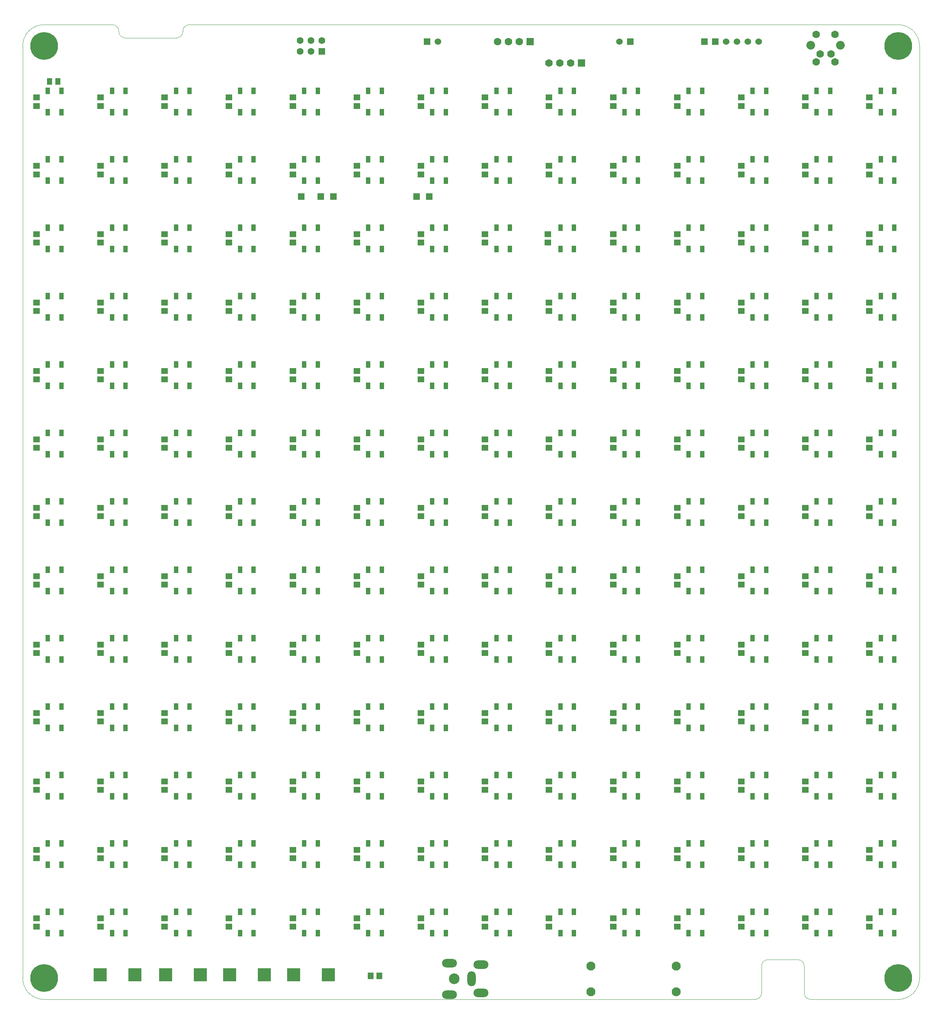
<source format=gts>
%FSLAX46Y46*%
G04 Gerber Fmt 4.6, Leading zero omitted, Abs format (unit mm)*
G04 Created by KiCad (PCBNEW (2014-jul-16 BZR unknown)-product) date Friday 10 October 2014 10:21:05 PM IST*
%MOMM*%
G01*
G04 APERTURE LIST*
%ADD10C,0.150000*%
%ADD11C,0.100000*%
%ADD12R,1.300480X1.498600*%
%ADD13C,6.500000*%
%ADD14R,1.524000X1.524000*%
%ADD15O,2.000000X3.500000*%
%ADD16O,3.500000X2.000000*%
%ADD17C,2.500000*%
%ADD18C,2.100000*%
%ADD19R,1.600000X1.600000*%
%ADD20C,1.600000*%
%ADD21C,1.524000*%
%ADD22C,1.778000*%
%ADD23C,2.032000*%
%ADD24R,3.048000X3.048000*%
%ADD25R,1.350000X1.550000*%
%ADD26R,1.550000X1.350000*%
%ADD27R,1.016000X1.524000*%
%ADD28R,1.778000X1.778000*%
G04 APERTURE END LIST*
D10*
D11*
X264000000Y-46000000D02*
X264000000Y-264000000D01*
X93000000Y-41000000D02*
X259000000Y-41000000D01*
X75000000Y-41000000D02*
X59000000Y-41000000D01*
X76500000Y-42500000D02*
X76500000Y-42600000D01*
X76500000Y-42500000D02*
G75*
G03X75000000Y-41000000I-1500000J0D01*
G74*
G01*
X91500000Y-42500000D02*
X91500000Y-42600000D01*
X93000000Y-41000000D02*
G75*
G03X91500000Y-42500000I0J-1500000D01*
G74*
G01*
X90000000Y-44100000D02*
G75*
G03X91500000Y-42600000I0J1500000D01*
G74*
G01*
X76500000Y-42600000D02*
G75*
G03X78000000Y-44100000I1500000J0D01*
G74*
G01*
X84000000Y-44100000D02*
X90000000Y-44100000D01*
X84000000Y-44100000D02*
X78000000Y-44100000D01*
X54000000Y-264000000D02*
X54000000Y-46000000D01*
X225500000Y-269000000D02*
X59000000Y-269000000D01*
X259000000Y-269000000D02*
X238500000Y-269000000D01*
X259000000Y-269000000D02*
G75*
G03X264000000Y-264000000I0J5000000D01*
G74*
G01*
X264000000Y-46000000D02*
G75*
G03X259000000Y-41000000I-5000000J0D01*
G74*
G01*
X59000000Y-41000000D02*
G75*
G03X54000000Y-46000000I0J-5000000D01*
G74*
G01*
X54000000Y-264000000D02*
G75*
G03X59000000Y-269000000I5000000J0D01*
G74*
G01*
X237000000Y-267500000D02*
X237000000Y-261200000D01*
X227000000Y-261200000D02*
X227000000Y-267500000D01*
X225500000Y-269000000D02*
G75*
G03X227000000Y-267500000I0J1500000D01*
G74*
G01*
X237000000Y-267500000D02*
G75*
G03X238500000Y-269000000I1500000J0D01*
G74*
G01*
X237000000Y-261200000D02*
G75*
G03X235500000Y-259700000I-1500000J0D01*
G74*
G01*
X228500000Y-259700000D02*
G75*
G03X227000000Y-261200000I0J-1500000D01*
G74*
G01*
X235500000Y-259700000D02*
X228500000Y-259700000D01*
D12*
X62202500Y-54250000D03*
X60297500Y-54250000D03*
D13*
X259000000Y-264000000D03*
X59000000Y-264000000D03*
X259000000Y-46000000D03*
X59000000Y-46000000D03*
D14*
X119200000Y-81200000D03*
X123800000Y-81200000D03*
X126800000Y-81200000D03*
X146200000Y-81200000D03*
X149200000Y-81200000D03*
D15*
X159100000Y-264200000D03*
D16*
X161300000Y-260900000D03*
X161300000Y-267500000D03*
X153900000Y-260500000D03*
X153900000Y-267900000D03*
D17*
X155000000Y-264200000D03*
D18*
X207000000Y-261200000D03*
X207000000Y-267200000D03*
X187000000Y-261200000D03*
X187000000Y-267200000D03*
D19*
X124040000Y-47270000D03*
D20*
X124040000Y-44730000D03*
X121500000Y-47270000D03*
X121500000Y-44730000D03*
X118960000Y-47270000D03*
X118960000Y-44730000D03*
D14*
X148730000Y-45000000D03*
D21*
X151270000Y-45000000D03*
D14*
X196270000Y-45000000D03*
D21*
X193730000Y-45000000D03*
D22*
X239777500Y-43250000D03*
X244222500Y-43250000D03*
D23*
X238507500Y-45790000D03*
X245492500Y-45790000D03*
D22*
X244222500Y-49727000D03*
X239777500Y-49727000D03*
X243270000Y-47822000D03*
X240730000Y-47822000D03*
D24*
X72186000Y-263250000D03*
X80314000Y-263250000D03*
X117436000Y-263250000D03*
X125564000Y-263250000D03*
X102436000Y-263250000D03*
X110564000Y-263250000D03*
X87436000Y-263250000D03*
X95564000Y-263250000D03*
D25*
X135500000Y-263500000D03*
X137500000Y-263500000D03*
D26*
X252250000Y-250000000D03*
X252250000Y-252000000D03*
X237250000Y-250000000D03*
X237250000Y-252000000D03*
X222250000Y-250000000D03*
X222250000Y-252000000D03*
X207250000Y-250000000D03*
X207250000Y-252000000D03*
X192250000Y-250000000D03*
X192250000Y-252000000D03*
X177250000Y-250000000D03*
X177250000Y-252000000D03*
X162250000Y-250000000D03*
X162250000Y-252000000D03*
X147250000Y-250000000D03*
X147250000Y-252000000D03*
X132250000Y-250000000D03*
X132250000Y-252000000D03*
X117250000Y-250000000D03*
X117250000Y-252000000D03*
X102250000Y-250000000D03*
X102250000Y-252000000D03*
X87250000Y-250000000D03*
X87250000Y-252000000D03*
X72250000Y-250000000D03*
X72250000Y-252000000D03*
X57250000Y-250000000D03*
X57250000Y-252000000D03*
X252250000Y-234000000D03*
X252250000Y-236000000D03*
X237250000Y-234000000D03*
X237250000Y-236000000D03*
X222250000Y-234000000D03*
X222250000Y-236000000D03*
X207250000Y-234000000D03*
X207250000Y-236000000D03*
X192250000Y-234000000D03*
X192250000Y-236000000D03*
X177250000Y-234000000D03*
X177250000Y-236000000D03*
X162250000Y-234000000D03*
X162250000Y-236000000D03*
X147250000Y-234000000D03*
X147250000Y-236000000D03*
X132250000Y-234000000D03*
X132250000Y-236000000D03*
X117250000Y-234000000D03*
X117250000Y-236000000D03*
X102250000Y-234000000D03*
X102250000Y-236000000D03*
X87250000Y-234000000D03*
X87250000Y-236000000D03*
X72250000Y-234000000D03*
X72250000Y-236000000D03*
X57250000Y-234000000D03*
X57250000Y-236000000D03*
X252250000Y-218000000D03*
X252250000Y-220000000D03*
X237250000Y-218000000D03*
X237250000Y-220000000D03*
X222250000Y-218000000D03*
X222250000Y-220000000D03*
X207250000Y-218000000D03*
X207250000Y-220000000D03*
X192250000Y-218000000D03*
X192250000Y-220000000D03*
X177250000Y-218000000D03*
X177250000Y-220000000D03*
X162250000Y-218000000D03*
X162250000Y-220000000D03*
X147250000Y-218000000D03*
X147250000Y-220000000D03*
X132250000Y-218000000D03*
X132250000Y-220000000D03*
X117250000Y-218000000D03*
X117250000Y-220000000D03*
X102250000Y-218000000D03*
X102250000Y-220000000D03*
X87250000Y-218000000D03*
X87250000Y-220000000D03*
X72250000Y-218000000D03*
X72250000Y-220000000D03*
X57250000Y-218000000D03*
X57250000Y-220000000D03*
X252250000Y-202000000D03*
X252250000Y-204000000D03*
X237250000Y-202000000D03*
X237250000Y-204000000D03*
X222250000Y-202000000D03*
X222250000Y-204000000D03*
X207250000Y-202000000D03*
X207250000Y-204000000D03*
X192250000Y-202000000D03*
X192250000Y-204000000D03*
X177250000Y-202000000D03*
X177250000Y-204000000D03*
X162250000Y-202000000D03*
X162250000Y-204000000D03*
X147250000Y-202000000D03*
X147250000Y-204000000D03*
X132250000Y-202000000D03*
X132250000Y-204000000D03*
X117250000Y-202000000D03*
X117250000Y-204000000D03*
X102250000Y-202000000D03*
X102250000Y-204000000D03*
X87250000Y-202000000D03*
X87250000Y-204000000D03*
X72250000Y-202000000D03*
X72250000Y-204000000D03*
X57250000Y-202000000D03*
X57250000Y-204000000D03*
X252250000Y-186000000D03*
X252250000Y-188000000D03*
X237250000Y-186000000D03*
X237250000Y-188000000D03*
X222250000Y-186000000D03*
X222250000Y-188000000D03*
X207250000Y-186000000D03*
X207250000Y-188000000D03*
X192250000Y-186000000D03*
X192250000Y-188000000D03*
X177250000Y-186000000D03*
X177250000Y-188000000D03*
X162250000Y-186000000D03*
X162250000Y-188000000D03*
X147250000Y-186000000D03*
X147250000Y-188000000D03*
X132250000Y-186000000D03*
X132250000Y-188000000D03*
X117250000Y-186000000D03*
X117250000Y-188000000D03*
X102250000Y-186000000D03*
X102250000Y-188000000D03*
X87250000Y-186000000D03*
X87250000Y-188000000D03*
X72250000Y-186000000D03*
X72250000Y-188000000D03*
X57250000Y-186000000D03*
X57250000Y-188000000D03*
X252250000Y-170000000D03*
X252250000Y-172000000D03*
X237250000Y-170000000D03*
X237250000Y-172000000D03*
X222250000Y-170000000D03*
X222250000Y-172000000D03*
X207250000Y-170000000D03*
X207250000Y-172000000D03*
X192250000Y-170000000D03*
X192250000Y-172000000D03*
X177250000Y-170000000D03*
X177250000Y-172000000D03*
X162250000Y-170000000D03*
X162250000Y-172000000D03*
X147250000Y-170000000D03*
X147250000Y-172000000D03*
X132250000Y-170000000D03*
X132250000Y-172000000D03*
X117250000Y-170000000D03*
X117250000Y-172000000D03*
X102250000Y-170000000D03*
X102250000Y-172000000D03*
X87250000Y-170000000D03*
X87250000Y-172000000D03*
X72250000Y-170000000D03*
X72250000Y-172000000D03*
X57250000Y-170000000D03*
X57250000Y-172000000D03*
X252250000Y-154000000D03*
X252250000Y-156000000D03*
X237250000Y-154000000D03*
X237250000Y-156000000D03*
X222250000Y-154000000D03*
X222250000Y-156000000D03*
X207250000Y-154000000D03*
X207250000Y-156000000D03*
X192250000Y-154000000D03*
X192250000Y-156000000D03*
X177250000Y-154000000D03*
X177250000Y-156000000D03*
X162250000Y-154000000D03*
X162250000Y-156000000D03*
X147250000Y-154000000D03*
X147250000Y-156000000D03*
X132250000Y-154000000D03*
X132250000Y-156000000D03*
X117250000Y-154000000D03*
X117250000Y-156000000D03*
X102250000Y-154000000D03*
X102250000Y-156000000D03*
X87250000Y-154000000D03*
X87250000Y-156000000D03*
X72250000Y-154000000D03*
X72250000Y-156000000D03*
X57250000Y-154000000D03*
X57250000Y-156000000D03*
X252250000Y-138000000D03*
X252250000Y-140000000D03*
X237250000Y-138000000D03*
X237250000Y-140000000D03*
X222250000Y-138000000D03*
X222250000Y-140000000D03*
X207250000Y-138000000D03*
X207250000Y-140000000D03*
X192250000Y-138000000D03*
X192250000Y-140000000D03*
X177250000Y-138000000D03*
X177250000Y-140000000D03*
X162250000Y-138000000D03*
X162250000Y-140000000D03*
X147250000Y-138000000D03*
X147250000Y-140000000D03*
X132250000Y-138000000D03*
X132250000Y-140000000D03*
X117250000Y-138000000D03*
X117250000Y-140000000D03*
X102250000Y-138000000D03*
X102250000Y-140000000D03*
X87250000Y-138000000D03*
X87250000Y-140000000D03*
X72250000Y-138000000D03*
X72250000Y-140000000D03*
X57250000Y-138000000D03*
X57250000Y-140000000D03*
X252250000Y-122000000D03*
X252250000Y-124000000D03*
X237250000Y-122000000D03*
X237250000Y-124000000D03*
X222250000Y-122000000D03*
X222250000Y-124000000D03*
X207250000Y-122000000D03*
X207250000Y-124000000D03*
X192250000Y-122000000D03*
X192250000Y-124000000D03*
X177250000Y-122000000D03*
X177250000Y-124000000D03*
X162250000Y-122000000D03*
X162250000Y-124000000D03*
X147250000Y-122000000D03*
X147250000Y-124000000D03*
X132250000Y-122000000D03*
X132250000Y-124000000D03*
X117250000Y-122000000D03*
X117250000Y-124000000D03*
X102250000Y-122000000D03*
X102250000Y-124000000D03*
X87250000Y-122000000D03*
X87250000Y-124000000D03*
X72250000Y-122000000D03*
X72250000Y-124000000D03*
X57250000Y-122000000D03*
X57250000Y-124000000D03*
X252250000Y-106000000D03*
X252250000Y-108000000D03*
X237250000Y-106000000D03*
X237250000Y-108000000D03*
X222250000Y-106000000D03*
X222250000Y-108000000D03*
X207250000Y-106000000D03*
X207250000Y-108000000D03*
X192250000Y-106000000D03*
X192250000Y-108000000D03*
X177250000Y-106000000D03*
X177250000Y-108000000D03*
X162250000Y-106000000D03*
X162250000Y-108000000D03*
X147250000Y-106000000D03*
X147250000Y-108000000D03*
X132250000Y-106000000D03*
X132250000Y-108000000D03*
X117250000Y-106000000D03*
X117250000Y-108000000D03*
X102250000Y-106000000D03*
X102250000Y-108000000D03*
X87250000Y-106000000D03*
X87250000Y-108000000D03*
X72250000Y-106000000D03*
X72250000Y-108000000D03*
X57250000Y-106000000D03*
X57250000Y-108000000D03*
X252250000Y-90000000D03*
X252250000Y-92000000D03*
X237250000Y-90000000D03*
X237250000Y-92000000D03*
X222250000Y-90000000D03*
X222250000Y-92000000D03*
X207250000Y-90000000D03*
X207250000Y-92000000D03*
X192250000Y-90000000D03*
X192250000Y-92000000D03*
X177000000Y-90000000D03*
X177000000Y-92000000D03*
X162250000Y-90000000D03*
X162250000Y-92000000D03*
X147250000Y-90000000D03*
X147250000Y-92000000D03*
X132250000Y-90000000D03*
X132250000Y-92000000D03*
X117250000Y-90000000D03*
X117250000Y-92000000D03*
X102250000Y-90000000D03*
X102250000Y-92000000D03*
X87250000Y-90000000D03*
X87250000Y-92000000D03*
X72250000Y-90000000D03*
X72250000Y-92000000D03*
X57250000Y-90000000D03*
X57250000Y-92000000D03*
X252250000Y-74000000D03*
X252250000Y-76000000D03*
X237250000Y-74000000D03*
X237250000Y-76000000D03*
X222250000Y-74000000D03*
X222250000Y-76000000D03*
X207250000Y-74000000D03*
X207250000Y-76000000D03*
X192250000Y-74000000D03*
X192250000Y-76000000D03*
X177250000Y-74000000D03*
X177250000Y-76000000D03*
X162250000Y-74000000D03*
X162250000Y-76000000D03*
X147250000Y-74000000D03*
X147250000Y-76000000D03*
X132250000Y-74000000D03*
X132250000Y-76000000D03*
X117250000Y-74000000D03*
X117250000Y-76000000D03*
X102250000Y-74000000D03*
X102250000Y-76000000D03*
X87250000Y-74000000D03*
X87250000Y-76000000D03*
X72250000Y-74000000D03*
X72250000Y-76000000D03*
X57250000Y-74000000D03*
X57250000Y-76000000D03*
X252250000Y-58000000D03*
X252250000Y-60000000D03*
X237250000Y-58000000D03*
X237250000Y-60000000D03*
X222250000Y-58000000D03*
X222250000Y-60000000D03*
X207250000Y-58000000D03*
X207250000Y-60000000D03*
X192250000Y-58000000D03*
X192250000Y-60000000D03*
X177250000Y-58000000D03*
X177250000Y-60000000D03*
X162250000Y-58000000D03*
X162250000Y-60000000D03*
X147250000Y-58000000D03*
X147250000Y-60000000D03*
X132250000Y-58000000D03*
X132250000Y-60000000D03*
X117250000Y-58000000D03*
X117250000Y-60000000D03*
X102250000Y-58000000D03*
X102250000Y-60000000D03*
X87250000Y-58000000D03*
X87250000Y-60000000D03*
X72250000Y-58000000D03*
X72250000Y-60000000D03*
X57250000Y-58000000D03*
X57250000Y-60000000D03*
D27*
X138087500Y-72523500D03*
X134912500Y-72523500D03*
X134912500Y-77476500D03*
X138087500Y-77476500D03*
X258087500Y-248523500D03*
X254912500Y-248523500D03*
X254912500Y-253476500D03*
X258087500Y-253476500D03*
X243087500Y-248523500D03*
X239912500Y-248523500D03*
X239912500Y-253476500D03*
X243087500Y-253476500D03*
X228087500Y-248523500D03*
X224912500Y-248523500D03*
X224912500Y-253476500D03*
X228087500Y-253476500D03*
X213087500Y-248523500D03*
X209912500Y-248523500D03*
X209912500Y-253476500D03*
X213087500Y-253476500D03*
X198087500Y-248523500D03*
X194912500Y-248523500D03*
X194912500Y-253476500D03*
X198087500Y-253476500D03*
X183087500Y-248523500D03*
X179912500Y-248523500D03*
X179912500Y-253476500D03*
X183087500Y-253476500D03*
X168087500Y-248523500D03*
X164912500Y-248523500D03*
X164912500Y-253476500D03*
X168087500Y-253476500D03*
X153087500Y-248523500D03*
X149912500Y-248523500D03*
X149912500Y-253476500D03*
X153087500Y-253476500D03*
X138087500Y-248523500D03*
X134912500Y-248523500D03*
X134912500Y-253476500D03*
X138087500Y-253476500D03*
X123087500Y-248523500D03*
X119912500Y-248523500D03*
X119912500Y-253476500D03*
X123087500Y-253476500D03*
X108087500Y-248523500D03*
X104912500Y-248523500D03*
X104912500Y-253476500D03*
X108087500Y-253476500D03*
X93087500Y-248523500D03*
X89912500Y-248523500D03*
X89912500Y-253476500D03*
X93087500Y-253476500D03*
X78087500Y-248523500D03*
X74912500Y-248523500D03*
X74912500Y-253476500D03*
X78087500Y-253476500D03*
X63087500Y-248523500D03*
X59912500Y-248523500D03*
X59912500Y-253476500D03*
X63087500Y-253476500D03*
X258087500Y-232523500D03*
X254912500Y-232523500D03*
X254912500Y-237476500D03*
X258087500Y-237476500D03*
X243087500Y-232523500D03*
X239912500Y-232523500D03*
X239912500Y-237476500D03*
X243087500Y-237476500D03*
X228087500Y-232523500D03*
X224912500Y-232523500D03*
X224912500Y-237476500D03*
X228087500Y-237476500D03*
X213087500Y-232523500D03*
X209912500Y-232523500D03*
X209912500Y-237476500D03*
X213087500Y-237476500D03*
X198087500Y-232523500D03*
X194912500Y-232523500D03*
X194912500Y-237476500D03*
X198087500Y-237476500D03*
X183087500Y-232523500D03*
X179912500Y-232523500D03*
X179912500Y-237476500D03*
X183087500Y-237476500D03*
X168087500Y-232523500D03*
X164912500Y-232523500D03*
X164912500Y-237476500D03*
X168087500Y-237476500D03*
X153087500Y-232523500D03*
X149912500Y-232523500D03*
X149912500Y-237476500D03*
X153087500Y-237476500D03*
X138087500Y-232523500D03*
X134912500Y-232523500D03*
X134912500Y-237476500D03*
X138087500Y-237476500D03*
X123087500Y-232523500D03*
X119912500Y-232523500D03*
X119912500Y-237476500D03*
X123087500Y-237476500D03*
X108087500Y-232523500D03*
X104912500Y-232523500D03*
X104912500Y-237476500D03*
X108087500Y-237476500D03*
X93087500Y-232523500D03*
X89912500Y-232523500D03*
X89912500Y-237476500D03*
X93087500Y-237476500D03*
X78087500Y-232523500D03*
X74912500Y-232523500D03*
X74912500Y-237476500D03*
X78087500Y-237476500D03*
X63087500Y-232523500D03*
X59912500Y-232523500D03*
X59912500Y-237476500D03*
X63087500Y-237476500D03*
X258087500Y-216523500D03*
X254912500Y-216523500D03*
X254912500Y-221476500D03*
X258087500Y-221476500D03*
X243087500Y-216523500D03*
X239912500Y-216523500D03*
X239912500Y-221476500D03*
X243087500Y-221476500D03*
X228087500Y-216523500D03*
X224912500Y-216523500D03*
X224912500Y-221476500D03*
X228087500Y-221476500D03*
X213087500Y-216523500D03*
X209912500Y-216523500D03*
X209912500Y-221476500D03*
X213087500Y-221476500D03*
X198087500Y-216523500D03*
X194912500Y-216523500D03*
X194912500Y-221476500D03*
X198087500Y-221476500D03*
X183087500Y-216523500D03*
X179912500Y-216523500D03*
X179912500Y-221476500D03*
X183087500Y-221476500D03*
X168087500Y-216523500D03*
X164912500Y-216523500D03*
X164912500Y-221476500D03*
X168087500Y-221476500D03*
X153087500Y-216523500D03*
X149912500Y-216523500D03*
X149912500Y-221476500D03*
X153087500Y-221476500D03*
X138087500Y-216523500D03*
X134912500Y-216523500D03*
X134912500Y-221476500D03*
X138087500Y-221476500D03*
X123087500Y-216523500D03*
X119912500Y-216523500D03*
X119912500Y-221476500D03*
X123087500Y-221476500D03*
X108087500Y-216523500D03*
X104912500Y-216523500D03*
X104912500Y-221476500D03*
X108087500Y-221476500D03*
X93087500Y-216523500D03*
X89912500Y-216523500D03*
X89912500Y-221476500D03*
X93087500Y-221476500D03*
X78087500Y-216523500D03*
X74912500Y-216523500D03*
X74912500Y-221476500D03*
X78087500Y-221476500D03*
X63087500Y-216523500D03*
X59912500Y-216523500D03*
X59912500Y-221476500D03*
X63087500Y-221476500D03*
X258087500Y-200523500D03*
X254912500Y-200523500D03*
X254912500Y-205476500D03*
X258087500Y-205476500D03*
X243087500Y-200523500D03*
X239912500Y-200523500D03*
X239912500Y-205476500D03*
X243087500Y-205476500D03*
X228087500Y-200523500D03*
X224912500Y-200523500D03*
X224912500Y-205476500D03*
X228087500Y-205476500D03*
X213087500Y-200523500D03*
X209912500Y-200523500D03*
X209912500Y-205476500D03*
X213087500Y-205476500D03*
X198087500Y-200523500D03*
X194912500Y-200523500D03*
X194912500Y-205476500D03*
X198087500Y-205476500D03*
X183087500Y-200523500D03*
X179912500Y-200523500D03*
X179912500Y-205476500D03*
X183087500Y-205476500D03*
X168087500Y-200523500D03*
X164912500Y-200523500D03*
X164912500Y-205476500D03*
X168087500Y-205476500D03*
X153087500Y-200523500D03*
X149912500Y-200523500D03*
X149912500Y-205476500D03*
X153087500Y-205476500D03*
X138087500Y-200523500D03*
X134912500Y-200523500D03*
X134912500Y-205476500D03*
X138087500Y-205476500D03*
X123087500Y-200523500D03*
X119912500Y-200523500D03*
X119912500Y-205476500D03*
X123087500Y-205476500D03*
X108087500Y-200523500D03*
X104912500Y-200523500D03*
X104912500Y-205476500D03*
X108087500Y-205476500D03*
X93087500Y-200523500D03*
X89912500Y-200523500D03*
X89912500Y-205476500D03*
X93087500Y-205476500D03*
X78087500Y-200523500D03*
X74912500Y-200523500D03*
X74912500Y-205476500D03*
X78087500Y-205476500D03*
X63087500Y-200523500D03*
X59912500Y-200523500D03*
X59912500Y-205476500D03*
X63087500Y-205476500D03*
X258087500Y-184523500D03*
X254912500Y-184523500D03*
X254912500Y-189476500D03*
X258087500Y-189476500D03*
X243087500Y-184523500D03*
X239912500Y-184523500D03*
X239912500Y-189476500D03*
X243087500Y-189476500D03*
X228087500Y-184523500D03*
X224912500Y-184523500D03*
X224912500Y-189476500D03*
X228087500Y-189476500D03*
X213087500Y-184523500D03*
X209912500Y-184523500D03*
X209912500Y-189476500D03*
X213087500Y-189476500D03*
X198087500Y-184523500D03*
X194912500Y-184523500D03*
X194912500Y-189476500D03*
X198087500Y-189476500D03*
X183087500Y-184523500D03*
X179912500Y-184523500D03*
X179912500Y-189476500D03*
X183087500Y-189476500D03*
X168087500Y-184523500D03*
X164912500Y-184523500D03*
X164912500Y-189476500D03*
X168087500Y-189476500D03*
X153087500Y-184523500D03*
X149912500Y-184523500D03*
X149912500Y-189476500D03*
X153087500Y-189476500D03*
X138087500Y-184523500D03*
X134912500Y-184523500D03*
X134912500Y-189476500D03*
X138087500Y-189476500D03*
X123087500Y-184523500D03*
X119912500Y-184523500D03*
X119912500Y-189476500D03*
X123087500Y-189476500D03*
X108087500Y-184523500D03*
X104912500Y-184523500D03*
X104912500Y-189476500D03*
X108087500Y-189476500D03*
X93087500Y-184523500D03*
X89912500Y-184523500D03*
X89912500Y-189476500D03*
X93087500Y-189476500D03*
X78087500Y-184523500D03*
X74912500Y-184523500D03*
X74912500Y-189476500D03*
X78087500Y-189476500D03*
X63087500Y-184523500D03*
X59912500Y-184523500D03*
X59912500Y-189476500D03*
X63087500Y-189476500D03*
X258087500Y-168523500D03*
X254912500Y-168523500D03*
X254912500Y-173476500D03*
X258087500Y-173476500D03*
X243087500Y-168523500D03*
X239912500Y-168523500D03*
X239912500Y-173476500D03*
X243087500Y-173476500D03*
X228087500Y-168523500D03*
X224912500Y-168523500D03*
X224912500Y-173476500D03*
X228087500Y-173476500D03*
X213087500Y-168523500D03*
X209912500Y-168523500D03*
X209912500Y-173476500D03*
X213087500Y-173476500D03*
X198087500Y-168523500D03*
X194912500Y-168523500D03*
X194912500Y-173476500D03*
X198087500Y-173476500D03*
X183087500Y-168523500D03*
X179912500Y-168523500D03*
X179912500Y-173476500D03*
X183087500Y-173476500D03*
X168087500Y-168523500D03*
X164912500Y-168523500D03*
X164912500Y-173476500D03*
X168087500Y-173476500D03*
X153087500Y-168523500D03*
X149912500Y-168523500D03*
X149912500Y-173476500D03*
X153087500Y-173476500D03*
X138087500Y-168523500D03*
X134912500Y-168523500D03*
X134912500Y-173476500D03*
X138087500Y-173476500D03*
X123087500Y-168523500D03*
X119912500Y-168523500D03*
X119912500Y-173476500D03*
X123087500Y-173476500D03*
X108087500Y-168523500D03*
X104912500Y-168523500D03*
X104912500Y-173476500D03*
X108087500Y-173476500D03*
X93087500Y-168523500D03*
X89912500Y-168523500D03*
X89912500Y-173476500D03*
X93087500Y-173476500D03*
X78087500Y-168523500D03*
X74912500Y-168523500D03*
X74912500Y-173476500D03*
X78087500Y-173476500D03*
X63087500Y-168523500D03*
X59912500Y-168523500D03*
X59912500Y-173476500D03*
X63087500Y-173476500D03*
X258087500Y-152523500D03*
X254912500Y-152523500D03*
X254912500Y-157476500D03*
X258087500Y-157476500D03*
X243087500Y-152523500D03*
X239912500Y-152523500D03*
X239912500Y-157476500D03*
X243087500Y-157476500D03*
X228087500Y-152523500D03*
X224912500Y-152523500D03*
X224912500Y-157476500D03*
X228087500Y-157476500D03*
X213087500Y-152523500D03*
X209912500Y-152523500D03*
X209912500Y-157476500D03*
X213087500Y-157476500D03*
X198087500Y-152523500D03*
X194912500Y-152523500D03*
X194912500Y-157476500D03*
X198087500Y-157476500D03*
X183087500Y-152523500D03*
X179912500Y-152523500D03*
X179912500Y-157476500D03*
X183087500Y-157476500D03*
X168087500Y-152523500D03*
X164912500Y-152523500D03*
X164912500Y-157476500D03*
X168087500Y-157476500D03*
X153087500Y-152523500D03*
X149912500Y-152523500D03*
X149912500Y-157476500D03*
X153087500Y-157476500D03*
X138087500Y-152523500D03*
X134912500Y-152523500D03*
X134912500Y-157476500D03*
X138087500Y-157476500D03*
X123087500Y-152523500D03*
X119912500Y-152523500D03*
X119912500Y-157476500D03*
X123087500Y-157476500D03*
X108087500Y-152523500D03*
X104912500Y-152523500D03*
X104912500Y-157476500D03*
X108087500Y-157476500D03*
X93087500Y-152523500D03*
X89912500Y-152523500D03*
X89912500Y-157476500D03*
X93087500Y-157476500D03*
X78087500Y-152523500D03*
X74912500Y-152523500D03*
X74912500Y-157476500D03*
X78087500Y-157476500D03*
X63087500Y-152523500D03*
X59912500Y-152523500D03*
X59912500Y-157476500D03*
X63087500Y-157476500D03*
X258087500Y-136523500D03*
X254912500Y-136523500D03*
X254912500Y-141476500D03*
X258087500Y-141476500D03*
X243087500Y-136523500D03*
X239912500Y-136523500D03*
X239912500Y-141476500D03*
X243087500Y-141476500D03*
X228087500Y-136523500D03*
X224912500Y-136523500D03*
X224912500Y-141476500D03*
X228087500Y-141476500D03*
X213087500Y-136523500D03*
X209912500Y-136523500D03*
X209912500Y-141476500D03*
X213087500Y-141476500D03*
X198087500Y-136523500D03*
X194912500Y-136523500D03*
X194912500Y-141476500D03*
X198087500Y-141476500D03*
X183087500Y-136523500D03*
X179912500Y-136523500D03*
X179912500Y-141476500D03*
X183087500Y-141476500D03*
X168087500Y-136523500D03*
X164912500Y-136523500D03*
X164912500Y-141476500D03*
X168087500Y-141476500D03*
X153087500Y-136523500D03*
X149912500Y-136523500D03*
X149912500Y-141476500D03*
X153087500Y-141476500D03*
X138087500Y-136523500D03*
X134912500Y-136523500D03*
X134912500Y-141476500D03*
X138087500Y-141476500D03*
X123087500Y-136523500D03*
X119912500Y-136523500D03*
X119912500Y-141476500D03*
X123087500Y-141476500D03*
X108087500Y-136523500D03*
X104912500Y-136523500D03*
X104912500Y-141476500D03*
X108087500Y-141476500D03*
X93087500Y-136523500D03*
X89912500Y-136523500D03*
X89912500Y-141476500D03*
X93087500Y-141476500D03*
X78087500Y-136523500D03*
X74912500Y-136523500D03*
X74912500Y-141476500D03*
X78087500Y-141476500D03*
X63087500Y-136523500D03*
X59912500Y-136523500D03*
X59912500Y-141476500D03*
X63087500Y-141476500D03*
X258087500Y-120523500D03*
X254912500Y-120523500D03*
X254912500Y-125476500D03*
X258087500Y-125476500D03*
X243087500Y-120523500D03*
X239912500Y-120523500D03*
X239912500Y-125476500D03*
X243087500Y-125476500D03*
X228087500Y-120523500D03*
X224912500Y-120523500D03*
X224912500Y-125476500D03*
X228087500Y-125476500D03*
X213087500Y-120523500D03*
X209912500Y-120523500D03*
X209912500Y-125476500D03*
X213087500Y-125476500D03*
X198087500Y-120523500D03*
X194912500Y-120523500D03*
X194912500Y-125476500D03*
X198087500Y-125476500D03*
X183087500Y-120523500D03*
X179912500Y-120523500D03*
X179912500Y-125476500D03*
X183087500Y-125476500D03*
X168087500Y-120523500D03*
X164912500Y-120523500D03*
X164912500Y-125476500D03*
X168087500Y-125476500D03*
X153087500Y-120523500D03*
X149912500Y-120523500D03*
X149912500Y-125476500D03*
X153087500Y-125476500D03*
X138087500Y-120523500D03*
X134912500Y-120523500D03*
X134912500Y-125476500D03*
X138087500Y-125476500D03*
X123087500Y-120523500D03*
X119912500Y-120523500D03*
X119912500Y-125476500D03*
X123087500Y-125476500D03*
X108087500Y-120523500D03*
X104912500Y-120523500D03*
X104912500Y-125476500D03*
X108087500Y-125476500D03*
X93087500Y-120523500D03*
X89912500Y-120523500D03*
X89912500Y-125476500D03*
X93087500Y-125476500D03*
X78087500Y-120523500D03*
X74912500Y-120523500D03*
X74912500Y-125476500D03*
X78087500Y-125476500D03*
X63087500Y-120523500D03*
X59912500Y-120523500D03*
X59912500Y-125476500D03*
X63087500Y-125476500D03*
X258087500Y-104523500D03*
X254912500Y-104523500D03*
X254912500Y-109476500D03*
X258087500Y-109476500D03*
X243087500Y-104523500D03*
X239912500Y-104523500D03*
X239912500Y-109476500D03*
X243087500Y-109476500D03*
X228087500Y-104523500D03*
X224912500Y-104523500D03*
X224912500Y-109476500D03*
X228087500Y-109476500D03*
X213087500Y-104523500D03*
X209912500Y-104523500D03*
X209912500Y-109476500D03*
X213087500Y-109476500D03*
X198087500Y-104523500D03*
X194912500Y-104523500D03*
X194912500Y-109476500D03*
X198087500Y-109476500D03*
X183087500Y-104523500D03*
X179912500Y-104523500D03*
X179912500Y-109476500D03*
X183087500Y-109476500D03*
X168087500Y-104523500D03*
X164912500Y-104523500D03*
X164912500Y-109476500D03*
X168087500Y-109476500D03*
X153087500Y-104523500D03*
X149912500Y-104523500D03*
X149912500Y-109476500D03*
X153087500Y-109476500D03*
X138087500Y-104523500D03*
X134912500Y-104523500D03*
X134912500Y-109476500D03*
X138087500Y-109476500D03*
X123087500Y-104523500D03*
X119912500Y-104523500D03*
X119912500Y-109476500D03*
X123087500Y-109476500D03*
X108087500Y-104523500D03*
X104912500Y-104523500D03*
X104912500Y-109476500D03*
X108087500Y-109476500D03*
X93087500Y-104523500D03*
X89912500Y-104523500D03*
X89912500Y-109476500D03*
X93087500Y-109476500D03*
X78087500Y-104523500D03*
X74912500Y-104523500D03*
X74912500Y-109476500D03*
X78087500Y-109476500D03*
X63087500Y-104523500D03*
X59912500Y-104523500D03*
X59912500Y-109476500D03*
X63087500Y-109476500D03*
X258087500Y-88523500D03*
X254912500Y-88523500D03*
X254912500Y-93476500D03*
X258087500Y-93476500D03*
X243087500Y-88523500D03*
X239912500Y-88523500D03*
X239912500Y-93476500D03*
X243087500Y-93476500D03*
X228087500Y-88523500D03*
X224912500Y-88523500D03*
X224912500Y-93476500D03*
X228087500Y-93476500D03*
X213087500Y-88523500D03*
X209912500Y-88523500D03*
X209912500Y-93476500D03*
X213087500Y-93476500D03*
X198087500Y-88523500D03*
X194912500Y-88523500D03*
X194912500Y-93476500D03*
X198087500Y-93476500D03*
X183087500Y-88523500D03*
X179912500Y-88523500D03*
X179912500Y-93476500D03*
X183087500Y-93476500D03*
X168087500Y-88523500D03*
X164912500Y-88523500D03*
X164912500Y-93476500D03*
X168087500Y-93476500D03*
X153087500Y-88523500D03*
X149912500Y-88523500D03*
X149912500Y-93476500D03*
X153087500Y-93476500D03*
X138087500Y-88523500D03*
X134912500Y-88523500D03*
X134912500Y-93476500D03*
X138087500Y-93476500D03*
X123087500Y-88523500D03*
X119912500Y-88523500D03*
X119912500Y-93476500D03*
X123087500Y-93476500D03*
X108087500Y-88523500D03*
X104912500Y-88523500D03*
X104912500Y-93476500D03*
X108087500Y-93476500D03*
X93087500Y-88523500D03*
X89912500Y-88523500D03*
X89912500Y-93476500D03*
X93087500Y-93476500D03*
X78087500Y-88523500D03*
X74912500Y-88523500D03*
X74912500Y-93476500D03*
X78087500Y-93476500D03*
X63087500Y-88523500D03*
X59912500Y-88523500D03*
X59912500Y-93476500D03*
X63087500Y-93476500D03*
X258087500Y-72523500D03*
X254912500Y-72523500D03*
X254912500Y-77476500D03*
X258087500Y-77476500D03*
X243087500Y-72523500D03*
X239912500Y-72523500D03*
X239912500Y-77476500D03*
X243087500Y-77476500D03*
X228087500Y-72523500D03*
X224912500Y-72523500D03*
X224912500Y-77476500D03*
X228087500Y-77476500D03*
X213087500Y-72523500D03*
X209912500Y-72523500D03*
X209912500Y-77476500D03*
X213087500Y-77476500D03*
X198087500Y-72523500D03*
X194912500Y-72523500D03*
X194912500Y-77476500D03*
X198087500Y-77476500D03*
X183087500Y-72523500D03*
X179912500Y-72523500D03*
X179912500Y-77476500D03*
X183087500Y-77476500D03*
X168087500Y-72523500D03*
X164912500Y-72523500D03*
X164912500Y-77476500D03*
X168087500Y-77476500D03*
X153087500Y-72523500D03*
X149912500Y-72523500D03*
X149912500Y-77476500D03*
X153087500Y-77476500D03*
X123087500Y-72523500D03*
X119912500Y-72523500D03*
X119912500Y-77476500D03*
X123087500Y-77476500D03*
X108087500Y-72523500D03*
X104912500Y-72523500D03*
X104912500Y-77476500D03*
X108087500Y-77476500D03*
X93087500Y-72523500D03*
X89912500Y-72523500D03*
X89912500Y-77476500D03*
X93087500Y-77476500D03*
X78087500Y-72523500D03*
X74912500Y-72523500D03*
X74912500Y-77476500D03*
X78087500Y-77476500D03*
X63087500Y-72523500D03*
X59912500Y-72523500D03*
X59912500Y-77476500D03*
X63087500Y-77476500D03*
X258087500Y-56523500D03*
X254912500Y-56523500D03*
X254912500Y-61476500D03*
X258087500Y-61476500D03*
X243087500Y-56523500D03*
X239912500Y-56523500D03*
X239912500Y-61476500D03*
X243087500Y-61476500D03*
X228087500Y-56523500D03*
X224912500Y-56523500D03*
X224912500Y-61476500D03*
X228087500Y-61476500D03*
X213087500Y-56523500D03*
X209912500Y-56523500D03*
X209912500Y-61476500D03*
X213087500Y-61476500D03*
X198087500Y-56523500D03*
X194912500Y-56523500D03*
X194912500Y-61476500D03*
X198087500Y-61476500D03*
X183087500Y-56523500D03*
X179912500Y-56523500D03*
X179912500Y-61476500D03*
X183087500Y-61476500D03*
X168087500Y-56523500D03*
X164912500Y-56523500D03*
X164912500Y-61476500D03*
X168087500Y-61476500D03*
X153087500Y-56523500D03*
X149912500Y-56523500D03*
X149912500Y-61476500D03*
X153087500Y-61476500D03*
X138087500Y-56523500D03*
X134912500Y-56523500D03*
X134912500Y-61476500D03*
X138087500Y-61476500D03*
X123087500Y-56523500D03*
X119912500Y-56523500D03*
X119912500Y-61476500D03*
X123087500Y-61476500D03*
X108087500Y-56523500D03*
X104912500Y-56523500D03*
X104912500Y-61476500D03*
X108087500Y-61476500D03*
X93087500Y-56523500D03*
X89912500Y-56523500D03*
X89912500Y-61476500D03*
X93087500Y-61476500D03*
X78087500Y-56523500D03*
X74912500Y-56523500D03*
X74912500Y-61476500D03*
X78087500Y-61476500D03*
X63087500Y-56523500D03*
X59912500Y-56523500D03*
X59912500Y-61476500D03*
X63087500Y-61476500D03*
D14*
X213650000Y-45000000D03*
X216190000Y-45000000D03*
D21*
X218730000Y-45000000D03*
X221270000Y-45000000D03*
X223810000Y-45000000D03*
X226350000Y-45000000D03*
D22*
X165190000Y-45000000D03*
X167730000Y-45000000D03*
X170270000Y-45000000D03*
D28*
X172810000Y-45000000D03*
D22*
X177190000Y-50000000D03*
X179730000Y-50000000D03*
X182270000Y-50000000D03*
D28*
X184810000Y-50000000D03*
M02*

</source>
